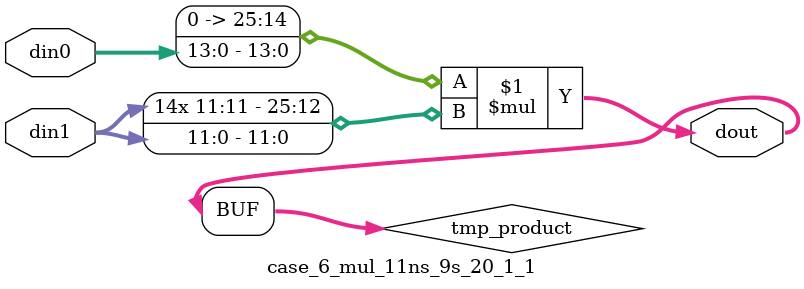
<source format=v>

`timescale 1 ns / 1 ps

 (* use_dsp = "no" *)  module case_6_mul_11ns_9s_20_1_1(din0, din1, dout);
parameter ID = 1;
parameter NUM_STAGE = 0;
parameter din0_WIDTH = 14;
parameter din1_WIDTH = 12;
parameter dout_WIDTH = 26;

input [din0_WIDTH - 1 : 0] din0; 
input [din1_WIDTH - 1 : 0] din1; 
output [dout_WIDTH - 1 : 0] dout;

wire signed [dout_WIDTH - 1 : 0] tmp_product;

























assign tmp_product = $signed({1'b0, din0}) * $signed(din1);










assign dout = tmp_product;





















endmodule

</source>
